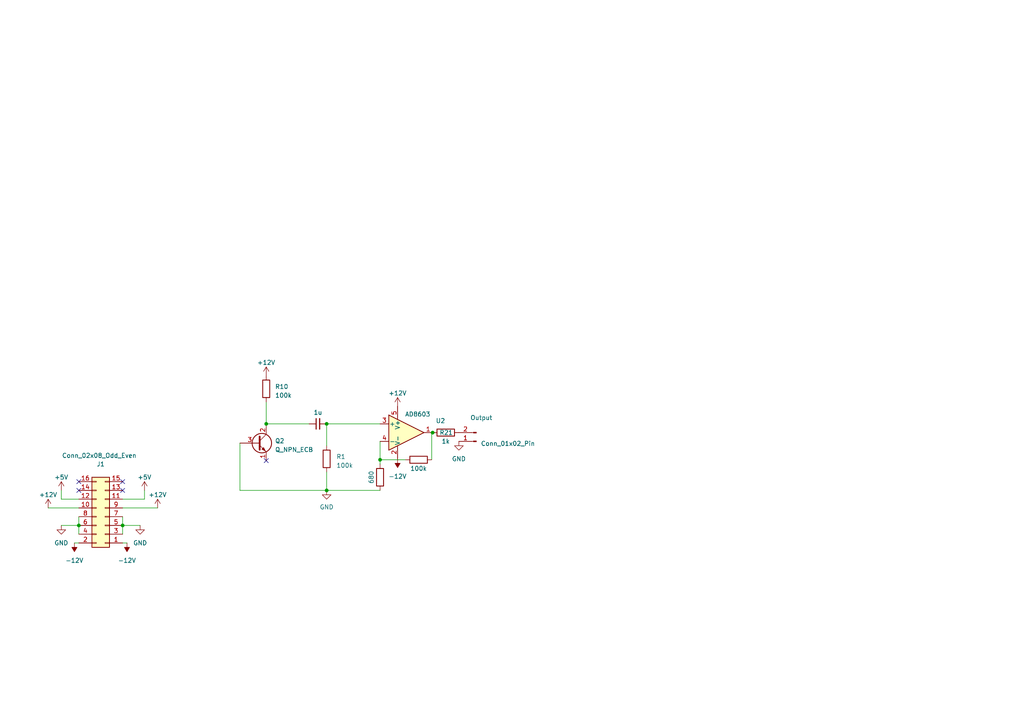
<source format=kicad_sch>
(kicad_sch (version 20230121) (generator eeschema)
  (paper "A4")
  (lib_symbols
    (symbol "Amplifier_Operational:AD8603" (pin_names (offset 0.127))
      (property "Reference" "U" (at 0 5.08 0))
      (property "Value" "AD8603" (at 0 -5.08 0))
      (symbol "AD8603_0_1"
        (polyline (pts (xy -5.08 5.08) (xy 5.08 0) (xy -5.08 -5.08) (xy -5.08 5.08)) (stroke (width 0.254)) (fill (type background)))
        (pin power_in line (at -2.54 -7.62 90) (length 3.81) (name "V-") (number "2"))
        (pin power_in line (at -2.54 7.62 270) (length 3.81) (name "V+") (number "5"))
      )
      (symbol "AD8603_1_1"
        (pin output line (at 7.62 0 180) (length 2.54) (name "~") (number "1"))
        (pin input line (at -7.62 2.54 0) (length 2.54) (name "+") (number "3"))
        (pin input line (at -7.62 -2.54 0) (length 2.54) (name "-") (number "4"))
      )
    )
    (symbol "Connector:Conn_01x02_Pin" (pin_names (offset 1.016) hide)
      (property "Reference" "J" (at 0 2.54 0))
      (property "Value" "Conn_01x02_Pin" (at 0 -5.08 0))
      (symbol "Conn_01x02_Pin_1_1"
        (polyline (pts (xy 1.27 -2.54) (xy 0.8636 -2.54)) (stroke (width 0.1524)))
        (polyline (pts (xy 1.27 0) (xy 0.8636 0)) (stroke (width 0.1524)))
        (rectangle (start 0.8636 -2.413) (end 0 -2.667) (stroke (width 0.1524)) (fill (type outline)))
        (rectangle (start 0.8636 0.127) (end 0 -0.127) (stroke (width 0.1524)) (fill (type outline)))
        (pin passive line (at 5.08 0 180) (length 3.81) (name "Pin_1") (number "1"))
        (pin passive line (at 5.08 -2.54 180) (length 3.81) (name "Pin_2") (number "2"))
      )
    )
    (symbol "Connector_Generic:Conn_02x08_Odd_Even" (pin_names (offset 1.016) hide)
      (property "Reference" "J" (at 1.27 10.16 0))
      (property "Value" "Conn_02x08_Odd_Even" (at 1.27 -12.7 0))
      (symbol "Conn_02x08_Odd_Even_1_1"
        (rectangle (start -1.27 -10.033) (end 0 -10.287) (stroke (width 0.1524)))
        (rectangle (start -1.27 -7.493) (end 0 -7.747) (stroke (width 0.1524)))
        (rectangle (start -1.27 -4.953) (end 0 -5.207) (stroke (width 0.1524)))
        (rectangle (start -1.27 -2.413) (end 0 -2.667) (stroke (width 0.1524)))
        (rectangle (start -1.27 0.127) (end 0 -0.127) (stroke (width 0.1524)))
        (rectangle (start -1.27 2.667) (end 0 2.413) (stroke (width 0.1524)))
        (rectangle (start -1.27 5.207) (end 0 4.953) (stroke (width 0.1524)))
        (rectangle (start -1.27 7.747) (end 0 7.493) (stroke (width 0.1524)))
        (rectangle (start -1.27 8.89) (end 3.81 -11.43) (stroke (width 0.254)) (fill (type background)))
        (rectangle (start 3.81 -10.033) (end 2.54 -10.287) (stroke (width 0.1524)))
        (rectangle (start 3.81 -7.493) (end 2.54 -7.747) (stroke (width 0.1524)))
        (rectangle (start 3.81 -4.953) (end 2.54 -5.207) (stroke (width 0.1524)))
        (rectangle (start 3.81 -2.413) (end 2.54 -2.667) (stroke (width 0.1524)))
        (rectangle (start 3.81 0.127) (end 2.54 -0.127) (stroke (width 0.1524)))
        (rectangle (start 3.81 2.667) (end 2.54 2.413) (stroke (width 0.1524)))
        (rectangle (start 3.81 5.207) (end 2.54 4.953) (stroke (width 0.1524)))
        (rectangle (start 3.81 7.747) (end 2.54 7.493) (stroke (width 0.1524)))
        (pin passive line (at -5.08 7.62 0) (length 3.81) (name "Pin_1") (number "1"))
        (pin passive line (at 7.62 -2.54 180) (length 3.81) (name "Pin_10") (number "10"))
        (pin passive line (at -5.08 -5.08 0) (length 3.81) (name "Pin_11") (number "11"))
        (pin passive line (at 7.62 -5.08 180) (length 3.81) (name "Pin_12") (number "12"))
        (pin passive line (at -5.08 -7.62 0) (length 3.81) (name "Pin_13") (number "13"))
        (pin passive line (at 7.62 -7.62 180) (length 3.81) (name "Pin_14") (number "14"))
        (pin passive line (at -5.08 -10.16 0) (length 3.81) (name "Pin_15") (number "15"))
        (pin passive line (at 7.62 -10.16 180) (length 3.81) (name "Pin_16") (number "16"))
        (pin passive line (at 7.62 7.62 180) (length 3.81) (name "Pin_2") (number "2"))
        (pin passive line (at -5.08 5.08 0) (length 3.81) (name "Pin_3") (number "3"))
        (pin passive line (at 7.62 5.08 180) (length 3.81) (name "Pin_4") (number "4"))
        (pin passive line (at -5.08 2.54 0) (length 3.81) (name "Pin_5") (number "5"))
        (pin passive line (at 7.62 2.54 180) (length 3.81) (name "Pin_6") (number "6"))
        (pin passive line (at -5.08 0 0) (length 3.81) (name "Pin_7") (number "7"))
        (pin passive line (at 7.62 0 180) (length 3.81) (name "Pin_8") (number "8"))
        (pin passive line (at -5.08 -2.54 0) (length 3.81) (name "Pin_9") (number "9"))
      )
    )
    (symbol "Device:C_Small" (pin_numbers hide) (pin_names (offset 0.254) hide)
      (property "Reference" "C" (at 0.254 1.778 0))
      (property "Value" "C_Small" (at 0.254 -2.032 0))
      (symbol "C_Small_0_1"
        (polyline (pts (xy -1.524 -0.508) (xy 1.524 -0.508)) (stroke (width 0.3302)))
        (polyline (pts (xy -1.524 0.508) (xy 1.524 0.508)) (stroke (width 0.3048)))
      )
      (symbol "C_Small_1_1"
        (pin passive line (at 0 2.54 270) (length 2.032) (name "~") (number "1"))
        (pin passive line (at 0 -2.54 90) (length 2.032) (name "~") (number "2"))
      )
    )
    (symbol "Device:Q_NPN_ECB" (pin_names (offset 0) hide)
      (property "Reference" "Q" (at 5.08 1.27 0))
      (property "Value" "Q_NPN_ECB" (at 5.08 -1.27 0))
      (symbol "Q_NPN_ECB_0_1"
        (polyline (pts (xy 0.635 0.635) (xy 2.54 2.54)))
        (polyline (pts (xy 0.635 -0.635) (xy 2.54 -2.54) (xy 2.54 -2.54)))
        (polyline (pts (xy 0.635 1.905) (xy 0.635 -1.905) (xy 0.635 -1.905)) (stroke (width 0.508)))
        (polyline (pts (xy 1.27 -1.778) (xy 1.778 -1.27) (xy 2.286 -2.286) (xy 1.27 -1.778) (xy 1.27 -1.778)) (fill (type outline)))
        (circle (center 1.27 0) (radius 2.8194) (stroke (width 0.254)))
      )
      (symbol "Q_NPN_ECB_1_1"
        (pin passive line (at 2.54 -5.08 90) (length 2.54) (name "E") (number "1"))
        (pin passive line (at 2.54 5.08 270) (length 2.54) (name "C") (number "2"))
        (pin passive line (at -5.08 0 0) (length 5.715) (name "B") (number "3"))
      )
    )
    (symbol "Device:R" (pin_numbers hide) (pin_names (offset 0))
      (property "Reference" "R" (at 2.032 0 90))
      (property "Value" "R" (at 0 0 90))
      (symbol "R_0_1"
        (rectangle (start -1.016 -2.54) (end 1.016 2.54) (stroke (width 0.254)))
      )
      (symbol "R_1_1"
        (pin passive line (at 0 3.81 270) (length 1.27) (name "~") (number "1"))
        (pin passive line (at 0 -3.81 90) (length 1.27) (name "~") (number "2"))
      )
    )
    (symbol "power:+12V" (power) (pin_names (offset 0))
      (property "Value" "+12V" (at 0 3.556 0))
      (symbol "+12V_0_1"
        (polyline (pts (xy -0.762 1.27) (xy 0 2.54)))
        (polyline (pts (xy 0 0) (xy 0 2.54)))
        (polyline (pts (xy 0 2.54) (xy 0.762 1.27)))
      )
      (symbol "+12V_1_1"
        (pin power_in line (at 0 0 90) (length 0) hide (name "+12V") (number "1"))
      )
    )
    (symbol "power:+5V" (power) (pin_names (offset 0))
      (property "Value" "+5V" (at 0 3.556 0))
      (symbol "+5V_0_1"
        (polyline (pts (xy -0.762 1.27) (xy 0 2.54)))
        (polyline (pts (xy 0 0) (xy 0 2.54)))
        (polyline (pts (xy 0 2.54) (xy 0.762 1.27)))
      )
      (symbol "+5V_1_1"
        (pin power_in line (at 0 0 90) (length 0) hide (name "+5V") (number "1"))
      )
    )
    (symbol "power:-12V" (power) (pin_names (offset 0))
      (property "Value" "-12V" (at 0 3.81 0))
      (symbol "-12V_0_0"
        (pin power_in line (at 0 0 90) (length 0) hide (name "-12V") (number "1"))
      )
      (symbol "-12V_0_1"
        (polyline (pts (xy 0 0) (xy 0 1.27) (xy 0.762 1.27) (xy 0 2.54) (xy -0.762 1.27) (xy 0 1.27)) (fill (type outline)))
      )
    )
    (symbol "power:GND" (power) (pin_names (offset 0))
      (property "Value" "GND" (at 0 -3.81 0))
      (symbol "GND_0_1"
        (polyline (pts (xy 0 0) (xy 0 -1.27) (xy 1.27 -1.27) (xy 0 -2.54) (xy -1.27 -1.27) (xy 0 -1.27)))
      )
      (symbol "GND_1_1"
        (pin power_in line (at 0 0 270) (length 0) hide (name "GND") (number "1"))
      )
    )
  )
  (junction (at 94.742 122.936))
  (junction (at 35.56 152.4))
  (junction (at 125.476 125.476))
  (junction (at 22.86 152.4))
  (junction (at 110.236 133.35))
  (junction (at 94.742 142.24))
  (junction (at 77.216 122.936))
  (no_connect (at 77.216 133.604))
  (no_connect (at 22.86 139.7))
  (no_connect (at 35.56 139.7))
  (no_connect (at 35.56 142.24))
  (no_connect (at 22.86 142.24))
  (wire (pts (xy 94.742 122.936) (xy 110.236 122.936)))
  (wire (pts (xy 22.86 152.4) (xy 22.86 154.94)))
  (wire (pts (xy 17.78 144.78) (xy 22.86 144.78)))
  (wire (pts (xy 77.216 122.936) (xy 77.216 123.444)))
  (wire (pts (xy 21.59 157.48) (xy 22.86 157.48)))
  (wire (pts (xy 13.97 147.32) (xy 22.86 147.32)))
  (wire (pts (xy 35.56 147.32) (xy 45.72 147.32)))
  (wire (pts (xy 110.236 128.016) (xy 110.236 133.35)))
  (wire (pts (xy 22.86 149.86) (xy 22.86 152.4)))
  (wire (pts (xy 110.236 133.35) (xy 117.602 133.35)))
  (wire (pts (xy 94.742 122.936) (xy 94.742 129.286)))
  (wire (pts (xy 17.78 152.4) (xy 22.86 152.4)))
  (wire (pts (xy 35.56 152.4) (xy 40.64 152.4)))
  (wire (pts (xy 110.236 142.24) (xy 94.742 142.24)))
  (wire (pts (xy 77.216 116.586) (xy 77.216 122.936)))
  (wire (pts (xy 41.91 144.78) (xy 41.91 142.24)))
  (wire (pts (xy 35.56 149.86) (xy 35.56 152.4)))
  (wire (pts (xy 69.596 142.24) (xy 94.742 142.24)))
  (wire (pts (xy 35.56 152.4) (xy 35.56 154.94)))
  (wire (pts (xy 35.56 144.78) (xy 41.91 144.78)))
  (wire (pts (xy 89.662 122.936) (xy 77.216 122.936)))
  (wire (pts (xy 35.56 157.48) (xy 36.83 157.48)))
  (wire (pts (xy 17.78 142.24) (xy 17.78 144.78)))
  (wire (pts (xy 110.236 133.35) (xy 110.236 134.62)))
  (wire (pts (xy 69.596 128.524) (xy 69.596 142.24)))
  (wire (pts (xy 125.222 125.476) (xy 125.476 125.476)))
  (wire (pts (xy 94.742 136.906) (xy 94.742 142.24)))
  (wire (pts (xy 125.222 125.476) (xy 125.222 133.35)))
  (symbol (lib_id "Connector_Generic:Conn_02x08_Odd_Even") (at 30.48 149.86 180) (unit 1)
    (property "Reference" "J1" (at 29.21 134.62 0))
    (property "Value" "Conn_02x08_Odd_Even" (at 28.8036 132.1308 0))
    (property "Footprint" "Connector_IDC:IDC-Header_2x08_P2.54mm_Vertical_SMD" (effects hide))
  )
  (symbol (lib_id "Device:R") (at 121.412 133.35 270) (unit 1)
    (property "Reference" "R2" (effects hide))
    (property "Value" "100k" (at 121.412 135.89 90))
    (property "Footprint" "Resistor_SMD:R_1206_3216Metric_Pad1.30x1.75mm_HandSolder" (effects hide))
  )
  (symbol (lib_id "power:GND") (at 40.64 152.4 0) (unit 1)
    (property "Reference" "#PWR04" (effects hide))
    (property "Value" "GND" (at 40.64 157.48 0))
  )
  (symbol (lib_id "power:-12V") (at 21.59 157.48 180) (unit 1)
    (property "Reference" "#PWR01" (effects hide))
    (property "Value" "-12V" (at 21.59 162.56 0))
  )
  (symbol (lib_id "power:+12V") (at 13.97 147.32 0) (unit 1)
    (property "Reference" "#PWR06" (effects hide))
    (property "Value" "+12V" (at 13.97 143.51 0))
  )
  (symbol (lib_id "power:+12V") (at 45.72 147.32 0) (unit 1)
    (property "Reference" "#PWR07" (effects hide))
    (property "Value" "+12V" (at 45.72 143.51 0))
  )
  (symbol (lib_id "power:GND") (at 133.096 128.016 0) (unit 1)
    (property "Reference" "#PWR017" (effects hide))
    (property "Value" "GND" (at 133.096 133.096 0))
  )
  (symbol (lib_id "Device:R") (at 77.216 112.776 0) (unit 1)
    (property "Reference" "R10" (at 79.756 112.141 0) (effects (justify left)))
    (property "Value" "100k" (at 79.756 114.681 0) (effects (justify left)))
    (property "Footprint" "Resistor_SMD:R_1206_3216Metric_Pad1.30x1.75mm_HandSolder" (effects hide))
  )
  (symbol (lib_id "power:+5V") (at 17.78 142.24 0) (unit 1)
    (property "Reference" "#PWR09" (effects hide))
    (property "Value" "+5V" (at 17.78 138.43 0))
  )
  (symbol (lib_id "Amplifier_Operational:AD8603") (at 117.856 125.476 0) (unit 1)
    (property "Reference" "U2" (at 127.762 122.0471 0))
    (property "Value" "AD8603" (at 121.158 120.142 0))
    (property "Footprint" "Package_TO_SOT_SMD:TSOT-23-5" (effects hide))
    (property "Datasheet" "https://www.analog.com/media/en/technical-documentation/data-sheets/AD8603_8607_8609.pdf" (effects hide))
  )
  (symbol (lib_id "Connector:Conn_01x02_Pin") (at 138.176 128.016 180) (unit 1)
    (property "Reference" "Output" (at 136.398 121.158 0) (effects (justify right)))
    (property "Value" "Conn_01x02_Pin" (at 139.446 128.651 0) (effects (justify right)))
  )
  (symbol (lib_id "power:+5V") (at 41.91 142.24 0) (unit 1)
    (property "Reference" "#PWR08" (effects hide))
    (property "Value" "+5V" (at 41.91 138.43 0))
  )
  (symbol (lib_id "Device:C_Small") (at 92.202 122.936 90) (unit 1)
    (property "Reference" "C1" (effects hide))
    (property "Value" "1u" (at 92.2083 119.634 90))
    (property "Footprint" "Capacitor_SMD:C_1206_3216Metric_Pad1.33x1.80mm_HandSolder" (effects hide))
  )
  (symbol (lib_id "power:-12V") (at 36.83 157.48 180) (unit 1)
    (property "Reference" "#PWR03" (effects hide))
    (property "Value" "-12V" (at 36.83 162.56 0))
  )
  (symbol (lib_id "power:+12V") (at 77.216 108.966 0) (unit 1)
    (property "Reference" "#PWR010" (effects hide))
    (property "Value" "+12V" (at 77.216 105.156 0))
  )
  (symbol (lib_id "Device:R") (at 129.286 125.476 270) (unit 1)
    (property "Reference" "R21" (at 129.413 125.476 90))
    (property "Value" "1k" (at 129.286 128.016 90))
    (property "Footprint" "Resistor_SMD:R_1206_3216Metric_Pad1.30x1.75mm_HandSolder" (effects hide))
  )
  (symbol (lib_id "Device:R") (at 94.742 133.096 0) (unit 1)
    (property "Reference" "R1" (at 97.536 132.461 0) (effects (justify left)))
    (property "Value" "100k" (at 97.536 135.001 0) (effects (justify left)))
    (property "Footprint" "Resistor_SMD:R_1206_3216Metric_Pad1.30x1.75mm_HandSolder" (effects hide))
  )
  (symbol (lib_id "Device:Q_NPN_ECB") (at 74.676 128.524 0) (unit 1)
    (property "Reference" "Q2" (at 79.756 127.889 0) (effects (justify left)))
    (property "Value" "Q_NPN_ECB" (at 79.756 130.429 0) (effects (justify left)))
    (property "Footprint" "Package_TO_SOT_SMD:SOT-23-3" (effects hide))
  )
  (symbol (lib_id "Device:R") (at 110.236 138.43 180) (unit 1)
    (property "Reference" "R20" (effects hide))
    (property "Value" "680" (at 107.696 138.43 90))
    (property "Footprint" "Resistor_SMD:R_1206_3216Metric_Pad1.30x1.75mm_HandSolder" (effects hide))
  )
  (symbol (lib_id "power:GND") (at 17.78 152.4 0) (unit 1)
    (property "Reference" "#PWR05" (effects hide))
    (property "Value" "GND" (at 17.78 157.48 0))
  )
  (symbol (lib_id "power:GND") (at 94.742 142.24 0) (unit 1)
    (property "Reference" "#PWR012" (effects hide))
    (property "Value" "GND" (at 94.742 147.066 0))
  )
  (symbol (lib_id "power:-12V") (at 115.316 133.096 180) (unit 1)
    (property "Reference" "#PWR011" (effects hide))
    (property "Value" "-12V" (at 115.316 138.176 0))
  )
  (symbol (lib_id "power:+12V") (at 115.316 117.856 0) (unit 1)
    (property "Reference" "#PWR02" (effects hide))
    (property "Value" "+12V" (at 115.316 114.046 0))
  )
)
</source>
